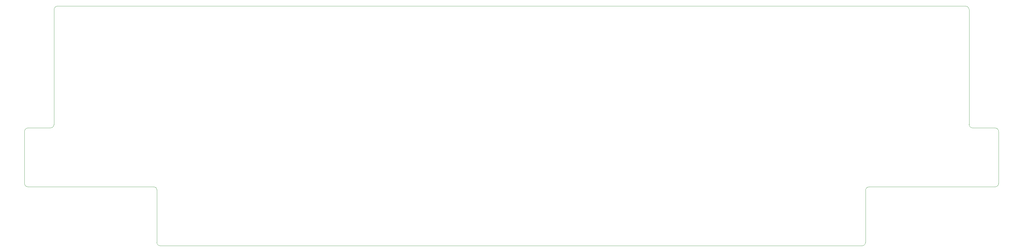
<source format=gbr>
%TF.GenerationSoftware,KiCad,Pcbnew,(7.0.0)*%
%TF.CreationDate,2023-03-05T01:34:00+01:00*%
%TF.ProjectId,NEC,4e45432e-6b69-4636-9164-5f7063625858,rev?*%
%TF.SameCoordinates,Original*%
%TF.FileFunction,Profile,NP*%
%FSLAX46Y46*%
G04 Gerber Fmt 4.6, Leading zero omitted, Abs format (unit mm)*
G04 Created by KiCad (PCBNEW (7.0.0)) date 2023-03-05 01:34:00*
%MOMM*%
%LPD*%
G01*
G04 APERTURE LIST*
%TA.AperFunction,Profile*%
%ADD10C,0.100000*%
%TD*%
G04 APERTURE END LIST*
D10*
X273409901Y-98432033D02*
X46990000Y-98432033D01*
X13843000Y-20947967D02*
X306824967Y-20947967D01*
X45851301Y-97293334D02*
X45851301Y-80285099D01*
X274559934Y-80532066D02*
X274559934Y-97282000D01*
X316349967Y-79382033D02*
X275709967Y-79382033D01*
X317500000Y-61475033D02*
X317500000Y-78232000D01*
X309125033Y-60325000D02*
X316349967Y-60325000D01*
X317500000Y-61475033D02*
G75*
G03*
X316349967Y-60325000I-1150033J0D01*
G01*
X307975000Y-22098000D02*
X307975000Y-59174967D01*
X12692967Y-59174967D02*
X12692967Y-22098000D01*
X4318000Y-60317967D02*
X11549967Y-60317967D01*
X13843000Y-20947967D02*
G75*
G03*
X12692967Y-22098000I0J-1150033D01*
G01*
X307975000Y-22098000D02*
G75*
G03*
X306824967Y-20947967I-1150033J0D01*
G01*
X307975000Y-59174967D02*
G75*
G03*
X309125033Y-60325000I1150033J0D01*
G01*
X11549967Y-60317967D02*
G75*
G03*
X12692967Y-59174967I0J1143000D01*
G01*
X316349967Y-79382033D02*
G75*
G03*
X317500000Y-78232000I0J1150033D01*
G01*
X275709967Y-79382033D02*
G75*
G03*
X274559934Y-80532066I0J-1150033D01*
G01*
X273409901Y-98432033D02*
G75*
G03*
X274559934Y-97282000I0J1150033D01*
G01*
X4318000Y-79382033D02*
X44948235Y-79382033D01*
X3167967Y-61468000D02*
X3167967Y-78232000D01*
X45851301Y-80285099D02*
G75*
G03*
X44948235Y-79382033I-903066J0D01*
G01*
X45851301Y-97293334D02*
G75*
G03*
X46990000Y-98432033I1138699J0D01*
G01*
X3167967Y-78232000D02*
G75*
G03*
X4318000Y-79382033I1150033J0D01*
G01*
X4318000Y-60317967D02*
G75*
G03*
X3167967Y-61468000I0J-1150033D01*
G01*
M02*

</source>
